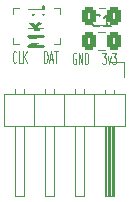
<source format=gbr>
%TF.GenerationSoftware,KiCad,Pcbnew,8.0.4*%
%TF.CreationDate,2024-08-29T19:33:41+02:00*%
%TF.ProjectId,microphone-pcb,6d696372-6f70-4686-9f6e-652d7063622e,rev?*%
%TF.SameCoordinates,Original*%
%TF.FileFunction,Legend,Top*%
%TF.FilePolarity,Positive*%
%FSLAX46Y46*%
G04 Gerber Fmt 4.6, Leading zero omitted, Abs format (unit mm)*
G04 Created by KiCad (PCBNEW 8.0.4) date 2024-08-29 19:33:41*
%MOMM*%
%LPD*%
G01*
G04 APERTURE LIST*
G04 Aperture macros list*
%AMRoundRect*
0 Rectangle with rounded corners*
0 $1 Rounding radius*
0 $2 $3 $4 $5 $6 $7 $8 $9 X,Y pos of 4 corners*
0 Add a 4 corners polygon primitive as box body*
4,1,4,$2,$3,$4,$5,$6,$7,$8,$9,$2,$3,0*
0 Add four circle primitives for the rounded corners*
1,1,$1+$1,$2,$3*
1,1,$1+$1,$4,$5*
1,1,$1+$1,$6,$7*
1,1,$1+$1,$8,$9*
0 Add four rect primitives between the rounded corners*
20,1,$1+$1,$2,$3,$4,$5,0*
20,1,$1+$1,$4,$5,$6,$7,0*
20,1,$1+$1,$6,$7,$8,$9,0*
20,1,$1+$1,$8,$9,$2,$3,0*%
G04 Aperture macros list end*
%ADD10C,0.100000*%
%ADD11C,0.150000*%
%ADD12C,0.254000*%
%ADD13C,0.120000*%
%ADD14RoundRect,0.250000X-0.337500X-0.475000X0.337500X-0.475000X0.337500X0.475000X-0.337500X0.475000X0*%
%ADD15R,0.950000X0.400000*%
%ADD16R,2.300000X0.350000*%
%ADD17R,0.350000X1.300000*%
%ADD18RoundRect,0.250000X0.337500X0.475000X-0.337500X0.475000X-0.337500X-0.475000X0.337500X-0.475000X0*%
%ADD19R,1.700000X1.700000*%
%ADD20O,1.700000X1.700000*%
G04 APERTURE END LIST*
D10*
X135138217Y-76596419D02*
X135447741Y-76596419D01*
X135447741Y-76596419D02*
X135281074Y-76977371D01*
X135281074Y-76977371D02*
X135352503Y-76977371D01*
X135352503Y-76977371D02*
X135400122Y-77024990D01*
X135400122Y-77024990D02*
X135423931Y-77072609D01*
X135423931Y-77072609D02*
X135447741Y-77167847D01*
X135447741Y-77167847D02*
X135447741Y-77405942D01*
X135447741Y-77405942D02*
X135423931Y-77501180D01*
X135423931Y-77501180D02*
X135400122Y-77548800D01*
X135400122Y-77548800D02*
X135352503Y-77596419D01*
X135352503Y-77596419D02*
X135209646Y-77596419D01*
X135209646Y-77596419D02*
X135162027Y-77548800D01*
X135162027Y-77548800D02*
X135138217Y-77501180D01*
X135614407Y-76929752D02*
X135733455Y-77596419D01*
X135733455Y-77596419D02*
X135852502Y-76929752D01*
X135995359Y-76596419D02*
X136304883Y-76596419D01*
X136304883Y-76596419D02*
X136138216Y-76977371D01*
X136138216Y-76977371D02*
X136209645Y-76977371D01*
X136209645Y-76977371D02*
X136257264Y-77024990D01*
X136257264Y-77024990D02*
X136281073Y-77072609D01*
X136281073Y-77072609D02*
X136304883Y-77167847D01*
X136304883Y-77167847D02*
X136304883Y-77405942D01*
X136304883Y-77405942D02*
X136281073Y-77501180D01*
X136281073Y-77501180D02*
X136257264Y-77548800D01*
X136257264Y-77548800D02*
X136209645Y-77596419D01*
X136209645Y-77596419D02*
X136066788Y-77596419D01*
X136066788Y-77596419D02*
X136019169Y-77548800D01*
X136019169Y-77548800D02*
X135995359Y-77501180D01*
X127851550Y-77374180D02*
X127827741Y-77421800D01*
X127827741Y-77421800D02*
X127756312Y-77469419D01*
X127756312Y-77469419D02*
X127708693Y-77469419D01*
X127708693Y-77469419D02*
X127637265Y-77421800D01*
X127637265Y-77421800D02*
X127589646Y-77326561D01*
X127589646Y-77326561D02*
X127565836Y-77231323D01*
X127565836Y-77231323D02*
X127542027Y-77040847D01*
X127542027Y-77040847D02*
X127542027Y-76897990D01*
X127542027Y-76897990D02*
X127565836Y-76707514D01*
X127565836Y-76707514D02*
X127589646Y-76612276D01*
X127589646Y-76612276D02*
X127637265Y-76517038D01*
X127637265Y-76517038D02*
X127708693Y-76469419D01*
X127708693Y-76469419D02*
X127756312Y-76469419D01*
X127756312Y-76469419D02*
X127827741Y-76517038D01*
X127827741Y-76517038D02*
X127851550Y-76564657D01*
X128303931Y-77469419D02*
X128065836Y-77469419D01*
X128065836Y-77469419D02*
X128065836Y-76469419D01*
X128470598Y-77469419D02*
X128470598Y-76469419D01*
X128756312Y-77469419D02*
X128542027Y-76897990D01*
X128756312Y-76469419D02*
X128470598Y-77040847D01*
X132907741Y-76644038D02*
X132860122Y-76596419D01*
X132860122Y-76596419D02*
X132788693Y-76596419D01*
X132788693Y-76596419D02*
X132717265Y-76644038D01*
X132717265Y-76644038D02*
X132669646Y-76739276D01*
X132669646Y-76739276D02*
X132645836Y-76834514D01*
X132645836Y-76834514D02*
X132622027Y-77024990D01*
X132622027Y-77024990D02*
X132622027Y-77167847D01*
X132622027Y-77167847D02*
X132645836Y-77358323D01*
X132645836Y-77358323D02*
X132669646Y-77453561D01*
X132669646Y-77453561D02*
X132717265Y-77548800D01*
X132717265Y-77548800D02*
X132788693Y-77596419D01*
X132788693Y-77596419D02*
X132836312Y-77596419D01*
X132836312Y-77596419D02*
X132907741Y-77548800D01*
X132907741Y-77548800D02*
X132931550Y-77501180D01*
X132931550Y-77501180D02*
X132931550Y-77167847D01*
X132931550Y-77167847D02*
X132836312Y-77167847D01*
X133145836Y-77596419D02*
X133145836Y-76596419D01*
X133145836Y-76596419D02*
X133431550Y-77596419D01*
X133431550Y-77596419D02*
X133431550Y-76596419D01*
X133669646Y-77596419D02*
X133669646Y-76596419D01*
X133669646Y-76596419D02*
X133788694Y-76596419D01*
X133788694Y-76596419D02*
X133860122Y-76644038D01*
X133860122Y-76644038D02*
X133907741Y-76739276D01*
X133907741Y-76739276D02*
X133931551Y-76834514D01*
X133931551Y-76834514D02*
X133955360Y-77024990D01*
X133955360Y-77024990D02*
X133955360Y-77167847D01*
X133955360Y-77167847D02*
X133931551Y-77358323D01*
X133931551Y-77358323D02*
X133907741Y-77453561D01*
X133907741Y-77453561D02*
X133860122Y-77548800D01*
X133860122Y-77548800D02*
X133788694Y-77596419D01*
X133788694Y-77596419D02*
X133669646Y-77596419D01*
X130232836Y-77469419D02*
X130232836Y-76469419D01*
X130232836Y-76469419D02*
X130351884Y-76469419D01*
X130351884Y-76469419D02*
X130423312Y-76517038D01*
X130423312Y-76517038D02*
X130470931Y-76612276D01*
X130470931Y-76612276D02*
X130494741Y-76707514D01*
X130494741Y-76707514D02*
X130518550Y-76897990D01*
X130518550Y-76897990D02*
X130518550Y-77040847D01*
X130518550Y-77040847D02*
X130494741Y-77231323D01*
X130494741Y-77231323D02*
X130470931Y-77326561D01*
X130470931Y-77326561D02*
X130423312Y-77421800D01*
X130423312Y-77421800D02*
X130351884Y-77469419D01*
X130351884Y-77469419D02*
X130232836Y-77469419D01*
X130709027Y-77183704D02*
X130947122Y-77183704D01*
X130661408Y-77469419D02*
X130828074Y-76469419D01*
X130828074Y-76469419D02*
X130994741Y-77469419D01*
X131089979Y-76469419D02*
X131375693Y-76469419D01*
X131232836Y-77469419D02*
X131232836Y-76469419D01*
D11*
X134910833Y-74289580D02*
X134863214Y-74337200D01*
X134863214Y-74337200D02*
X134720357Y-74384819D01*
X134720357Y-74384819D02*
X134625119Y-74384819D01*
X134625119Y-74384819D02*
X134482262Y-74337200D01*
X134482262Y-74337200D02*
X134387024Y-74241961D01*
X134387024Y-74241961D02*
X134339405Y-74146723D01*
X134339405Y-74146723D02*
X134291786Y-73956247D01*
X134291786Y-73956247D02*
X134291786Y-73813390D01*
X134291786Y-73813390D02*
X134339405Y-73622914D01*
X134339405Y-73622914D02*
X134387024Y-73527676D01*
X134387024Y-73527676D02*
X134482262Y-73432438D01*
X134482262Y-73432438D02*
X134625119Y-73384819D01*
X134625119Y-73384819D02*
X134720357Y-73384819D01*
X134720357Y-73384819D02*
X134863214Y-73432438D01*
X134863214Y-73432438D02*
X134910833Y-73480057D01*
X135863214Y-74384819D02*
X135291786Y-74384819D01*
X135577500Y-74384819D02*
X135577500Y-73384819D01*
X135577500Y-73384819D02*
X135482262Y-73527676D01*
X135482262Y-73527676D02*
X135387024Y-73622914D01*
X135387024Y-73622914D02*
X135291786Y-73670533D01*
D12*
X130154318Y-76023095D02*
X128884318Y-76023095D01*
X128884318Y-76023095D02*
X129791461Y-75599761D01*
X129791461Y-75599761D02*
X128884318Y-75176428D01*
X128884318Y-75176428D02*
X130154318Y-75176428D01*
X130154318Y-74571666D02*
X128884318Y-74571666D01*
X130154318Y-73845951D02*
X129428603Y-74390237D01*
X128884318Y-73845951D02*
X129610032Y-74571666D01*
X130154318Y-72636427D02*
X130154318Y-73362142D01*
X130154318Y-72999285D02*
X128884318Y-72999285D01*
X128884318Y-72999285D02*
X129065746Y-73120237D01*
X129065746Y-73120237D02*
X129186699Y-73241189D01*
X129186699Y-73241189D02*
X129247175Y-73362142D01*
D13*
%TO.C,C1*%
X134816248Y-74875000D02*
X135338752Y-74875000D01*
X134816248Y-76345000D02*
X135338752Y-76345000D01*
D10*
%TO.C,MK1*%
X127580000Y-72860000D02*
X128080000Y-72860000D01*
X127580000Y-73360000D02*
X127580000Y-72860000D01*
X127580000Y-75360000D02*
X127580000Y-75860000D01*
X127580000Y-75860000D02*
X128080000Y-75860000D01*
X131080000Y-75860000D02*
X131580000Y-75860000D01*
X131580000Y-72860000D02*
X131080000Y-72860000D01*
X131580000Y-73360000D02*
X131580000Y-72860000D01*
X131580000Y-75860000D02*
X131580000Y-75360000D01*
D13*
%TO.C,C2*%
X135348752Y-72805000D02*
X134826248Y-72805000D01*
X135348752Y-74275000D02*
X134826248Y-74275000D01*
%TO.C,J1*%
X126803000Y-80123000D02*
X126803000Y-82783000D01*
X126803000Y-82783000D02*
X137083000Y-82783000D01*
X127753000Y-79725929D02*
X127753000Y-80123000D01*
X127753000Y-88783000D02*
X127753000Y-82783000D01*
X128513000Y-79725929D02*
X128513000Y-80123000D01*
X128513000Y-82783000D02*
X128513000Y-88783000D01*
X128513000Y-88783000D02*
X127753000Y-88783000D01*
X129403000Y-80123000D02*
X129403000Y-82783000D01*
X130293000Y-79725929D02*
X130293000Y-80123000D01*
X130293000Y-88783000D02*
X130293000Y-82783000D01*
X131053000Y-79725929D02*
X131053000Y-80123000D01*
X131053000Y-82783000D02*
X131053000Y-88783000D01*
X131053000Y-88783000D02*
X130293000Y-88783000D01*
X131943000Y-80123000D02*
X131943000Y-82783000D01*
X132833000Y-79725929D02*
X132833000Y-80123000D01*
X132833000Y-88783000D02*
X132833000Y-82783000D01*
X133593000Y-79725929D02*
X133593000Y-80123000D01*
X133593000Y-82783000D02*
X133593000Y-88783000D01*
X133593000Y-88783000D02*
X132833000Y-88783000D01*
X134483000Y-80123000D02*
X134483000Y-82783000D01*
X135373000Y-79793000D02*
X135373000Y-80123000D01*
X135373000Y-88783000D02*
X135373000Y-82783000D01*
X135473000Y-82783000D02*
X135473000Y-88783000D01*
X135593000Y-82783000D02*
X135593000Y-88783000D01*
X135713000Y-82783000D02*
X135713000Y-88783000D01*
X135753000Y-77413000D02*
X137023000Y-77413000D01*
X135833000Y-82783000D02*
X135833000Y-88783000D01*
X135953000Y-82783000D02*
X135953000Y-88783000D01*
X136073000Y-82783000D02*
X136073000Y-88783000D01*
X136133000Y-79793000D02*
X136133000Y-80123000D01*
X136133000Y-82783000D02*
X136133000Y-88783000D01*
X136133000Y-88783000D02*
X135373000Y-88783000D01*
X137023000Y-77413000D02*
X137023000Y-78683000D01*
X137083000Y-80123000D02*
X126803000Y-80123000D01*
X137083000Y-82783000D02*
X137083000Y-80123000D01*
%TD*%
%LPC*%
D14*
%TO.C,C1*%
X134040000Y-75610000D03*
X136115000Y-75610000D03*
%TD*%
D15*
%TO.C,MK1*%
X128905000Y-74810000D03*
X130255000Y-74810000D03*
X130255000Y-73910000D03*
X128905000Y-73910000D03*
D16*
X129580000Y-75585000D03*
X129580000Y-73135000D03*
D17*
X127855000Y-74360000D03*
X131305000Y-74360000D03*
%TD*%
D18*
%TO.C,C2*%
X136125000Y-73540000D03*
X134050000Y-73540000D03*
%TD*%
D19*
%TO.C,J1*%
X135753000Y-78683000D03*
D20*
X133213000Y-78683000D03*
X130673000Y-78683000D03*
X128133000Y-78683000D03*
%TD*%
%LPD*%
M02*

</source>
